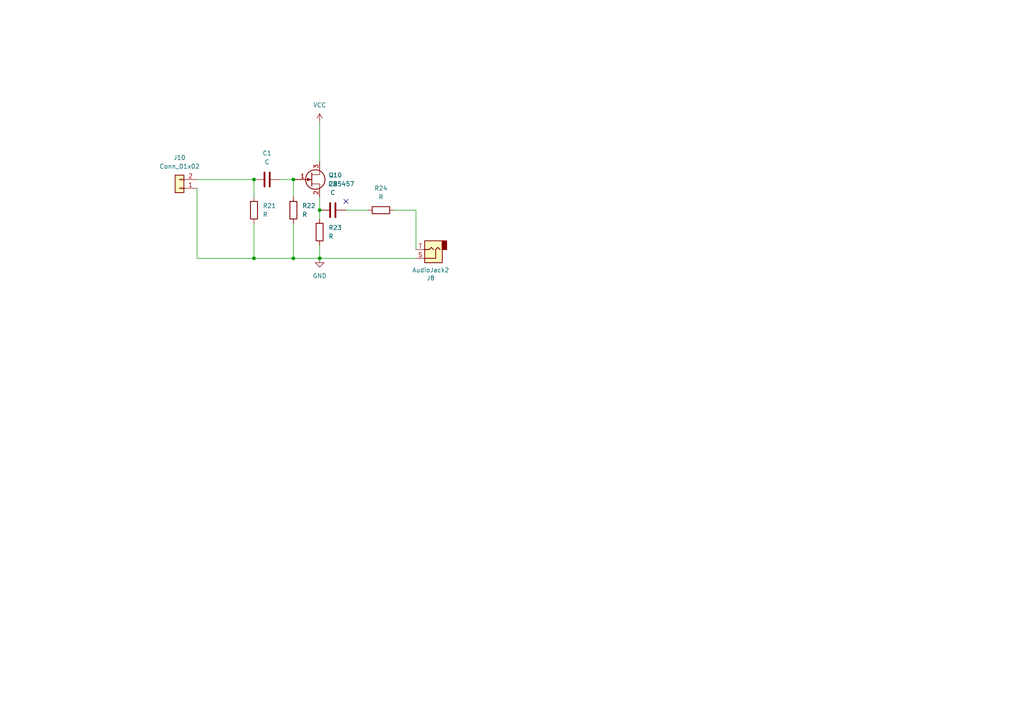
<source format=kicad_sch>
(kicad_sch (version 20211123) (generator eeschema)
  (paper "A4")
  (lib_symbols
    (symbol "Connector:AudioJack2"
      (property "Reference" "J" (at 0 8.89 0))
      (property "Value" "AudioJack2" (at 0 6.35 0))
      (symbol "AudioJack2_0_1"
        (rectangle (start -3.81 0) (end -2.54 -2.54) (stroke (width 0.254)) (fill (type outline)))
        (rectangle (start -2.54 3.81) (end 2.54 -2.54) (stroke (width 0.254)) (fill (type background)))
        (polyline (pts (xy 0 0) (xy 0.635 -0.635) (xy 1.27 0) (xy 2.54 0)) (stroke (width 0.254)))
        (polyline (pts (xy 2.54 2.54) (xy -0.635 2.54) (xy -0.635 0) (xy -1.27 -0.635) (xy -1.905 0)) (stroke (width 0.254)))
      )
      (symbol "AudioJack2_1_1"
        (pin passive line (at 5.08 2.54 180) (length 2.54) (name "~") (number "S"))
        (pin passive line (at 5.08 0 180) (length 2.54) (name "~") (number "T"))
      )
    )
    (symbol "Connector_Generic:Conn_01x02" (pin_names (offset 1.016) hide)
      (property "Reference" "J" (at 0 2.54 0))
      (property "Value" "Conn_01x02" (at 0 -5.08 0))
      (symbol "Conn_01x02_1_1"
        (rectangle (start -1.27 -2.413) (end 0 -2.667) (stroke (width 0.1524)))
        (rectangle (start -1.27 0.127) (end 0 -0.127) (stroke (width 0.1524)))
        (rectangle (start -1.27 1.27) (end 1.27 -3.81) (stroke (width 0.254)) (fill (type background)))
        (pin passive line (at -5.08 0 0) (length 3.81) (name "Pin_1") (number "1"))
        (pin passive line (at -5.08 -2.54 0) (length 3.81) (name "Pin_2") (number "2"))
      )
    )
    (symbol "Device:C" (pin_numbers hide) (pin_names (offset 0.254))
      (property "Reference" "C" (at 0.635 2.54 0))
      (property "Value" "C" (at 0.635 -2.54 0))
      (symbol "C_0_1"
        (polyline (pts (xy -2.032 -0.762) (xy 2.032 -0.762)) (stroke (width 0.508)))
        (polyline (pts (xy -2.032 0.762) (xy 2.032 0.762)) (stroke (width 0.508)))
      )
      (symbol "C_1_1"
        (pin passive line (at 0 3.81 270) (length 2.794) (name "~") (number "1"))
        (pin passive line (at 0 -3.81 90) (length 2.794) (name "~") (number "2"))
      )
    )
    (symbol "Device:Q_NJFET_GSD" (pin_names (offset 0) hide)
      (property "Reference" "Q" (at 5.08 1.27 0))
      (property "Value" "Q_NJFET_GSD" (at 5.08 -1.27 0))
      (symbol "Q_NJFET_GSD_0_1"
        (polyline (pts (xy 0.254 1.905) (xy 0.254 -1.905) (xy 0.254 -1.905)) (stroke (width 0.254)))
        (polyline (pts (xy 2.54 -2.54) (xy 2.54 -1.27) (xy 0.254 -1.27)))
        (polyline (pts (xy 2.54 2.54) (xy 2.54 1.397) (xy 0.254 1.397)))
        (polyline (pts (xy 0 0) (xy -1.016 0.381) (xy -1.016 -0.381) (xy 0 0)) (fill (type outline)))
        (circle (center 1.27 0) (radius 2.8194) (stroke (width 0.254)))
      )
      (symbol "Q_NJFET_GSD_1_1"
        (pin input line (at -5.08 0 0) (length 5.334) (name "G") (number "1"))
        (pin passive line (at 2.54 -5.08 90) (length 2.54) (name "S") (number "2"))
        (pin passive line (at 2.54 5.08 270) (length 2.54) (name "D") (number "3"))
      )
    )
    (symbol "Device:R" (pin_numbers hide) (pin_names (offset 0))
      (property "Reference" "R" (at 2.032 0 90))
      (property "Value" "R" (at 0 0 90))
      (symbol "R_0_1"
        (rectangle (start -1.016 -2.54) (end 1.016 2.54) (stroke (width 0.254)))
      )
      (symbol "R_1_1"
        (pin passive line (at 0 3.81 270) (length 1.27) (name "~") (number "1"))
        (pin passive line (at 0 -3.81 90) (length 1.27) (name "~") (number "2"))
      )
    )
    (symbol "power:GND" (power) (pin_names (offset 0))
      (property "Value" "GND" (at 0 -3.81 0))
      (symbol "GND_0_1"
        (polyline (pts (xy 0 0) (xy 0 -1.27) (xy 1.27 -1.27) (xy 0 -2.54) (xy -1.27 -1.27) (xy 0 -1.27)))
      )
      (symbol "GND_1_1"
        (pin power_in line (at 0 0 270) (length 0) hide (name "GND") (number "1"))
      )
    )
    (symbol "power:VCC" (power) (pin_names (offset 0))
      (property "Value" "VCC" (at 0 3.81 0))
      (symbol "VCC_0_1"
        (polyline (pts (xy -0.762 1.27) (xy 0 2.54)))
        (polyline (pts (xy 0 0) (xy 0 2.54)))
        (polyline (pts (xy 0 2.54) (xy 0.762 1.27)))
      )
      (symbol "VCC_1_1"
        (pin power_in line (at 0 0 90) (length 0) hide (name "VCC") (number "1"))
      )
    )
  )
  (junction (at 73.66 74.93))
  (junction (at 73.66 52.07))
  (junction (at 92.71 60.96))
  (junction (at 85.09 52.07))
  (junction (at 92.71 74.93))
  (junction (at 85.09 74.93))
  (no_connect (at 100.33 58.42))
  (wire (pts (xy 57.15 52.07) (xy 73.66 52.07)))
  (wire (pts (xy 73.66 52.07) (xy 73.66 57.15)))
  (wire (pts (xy 73.66 64.77) (xy 73.66 74.93)))
  (wire (pts (xy 57.15 54.61) (xy 57.15 74.93)))
  (wire (pts (xy 81.28 52.07) (xy 85.09 52.07)))
  (wire (pts (xy 57.15 74.93) (xy 73.66 74.93)))
  (wire (pts (xy 85.09 74.93) (xy 92.71 74.93)))
  (wire (pts (xy 85.09 64.77) (xy 85.09 74.93)))
  (wire (pts (xy 92.71 71.12) (xy 92.71 74.93)))
  (wire (pts (xy 120.65 60.96) (xy 120.65 72.39)))
  (wire (pts (xy 114.3 60.96) (xy 120.65 60.96)))
  (wire (pts (xy 92.71 74.93) (xy 120.65 74.93)))
  (wire (pts (xy 106.68 60.96) (xy 100.33 60.96)))
  (wire (pts (xy 92.71 35.56) (xy 92.71 46.99)))
  (wire (pts (xy 85.09 52.07) (xy 85.09 57.15)))
  (wire (pts (xy 73.66 74.93) (xy 85.09 74.93)))
  (wire (pts (xy 92.71 63.5) (xy 92.71 60.96)))
  (wire (pts (xy 92.71 60.96) (xy 92.71 57.15)))
  (symbol (lib_id "Connector:AudioJack2") (at 125.73 72.39 180) (unit 1)
    (property "Reference" "J8" (at 124.9172 80.645 0))
    (property "Value" "AudioJack2" (at 124.9172 78.3336 0))
    (property "Footprint" "Connector_Audio:Jack_6.35mm_Neutrik_NRJ4HF_Horizontal" (effects hide))
  )
  (symbol (lib_id "Device:R") (at 85.09 60.96 0) (unit 1)
    (property "Reference" "R22" (at 87.63 59.6899 0) (effects (justify left)))
    (property "Value" "R" (at 87.63 62.2299 0) (effects (justify left)))
    (property "Footprint" "Resistor_SMD:R_1206_3216Metric_Pad1.30x1.75mm_HandSolder" (effects hide))
  )
  (symbol (lib_id "Device:C") (at 77.47 52.07 90) (unit 1)
    (property "Reference" "C1" (at 77.47 44.45 90))
    (property "Value" "C" (at 77.47 46.99 90))
    (property "Footprint" "Capacitor_SMD:C_1206_3216Metric_Pad1.33x1.80mm_HandSolder" (effects hide))
  )
  (symbol (lib_id "Connector_Generic:Conn_01x02") (at 52.07 54.61 180) (unit 1)
    (property "Reference" "J10" (at 52.07 45.72 0))
    (property "Value" "Conn_01x02" (at 52.07 48.26 0))
    (property "Footprint" "Connector_JST:JST_XH_B2B-XH-A_1x02_P2.50mm_Vertical" (effects hide))
  )
  (symbol (lib_id "Device:R") (at 110.49 60.96 90) (unit 1)
    (property "Reference" "R24" (at 110.49 54.61 90))
    (property "Value" "R" (at 110.49 57.15 90))
    (property "Footprint" "Resistor_SMD:R_1206_3216Metric_Pad1.30x1.75mm_HandSolder" (effects hide))
  )
  (symbol (lib_id "power:GND") (at 92.71 74.93 0) (unit 1)
    (property "Reference" "#PWR0104" (effects hide))
    (property "Value" "GND" (at 92.71 80.01 0))
  )
  (symbol (lib_id "Device:R") (at 73.66 60.96 0) (unit 1)
    (property "Reference" "R21" (at 76.2 59.6899 0) (effects (justify left)))
    (property "Value" "R" (at 76.2 62.2299 0) (effects (justify left)))
    (property "Footprint" "Resistor_SMD:R_1206_3216Metric_Pad1.30x1.75mm_HandSolder" (effects hide))
  )
  (symbol (lib_id "Device:Q_NJFET_GSD") (at 90.17 52.07 0) (unit 1)
    (property "Reference" "Q10" (at 95.25 50.7999 0) (effects (justify left)))
    (property "Value" "2N5457" (at 95.25 53.3399 0) (effects (justify left)))
    (property "Footprint" "Package_TO_SOT_THT:TO-92" (effects hide))
  )
  (symbol (lib_id "Device:R") (at 92.71 67.31 0) (unit 1)
    (property "Reference" "R23" (at 95.25 66.0399 0) (effects (justify left)))
    (property "Value" "R" (at 95.25 68.5799 0) (effects (justify left)))
    (property "Footprint" "Resistor_SMD:R_1206_3216Metric_Pad1.30x1.75mm_HandSolder" (effects hide))
  )
  (symbol (lib_id "Device:C") (at 96.52 60.96 90) (unit 1)
    (property "Reference" "C2" (at 96.52 53.34 90))
    (property "Value" "C" (at 96.52 55.88 90))
    (property "Footprint" "Capacitor_SMD:C_1206_3216Metric_Pad1.33x1.80mm_HandSolder" (effects hide))
  )
  (symbol (lib_id "power:VCC") (at 92.71 35.56 0) (unit 1)
    (property "Reference" "#PWR0103" (effects hide))
    (property "Value" "VCC" (at 92.71 30.48 0))
  )
)
</source>
